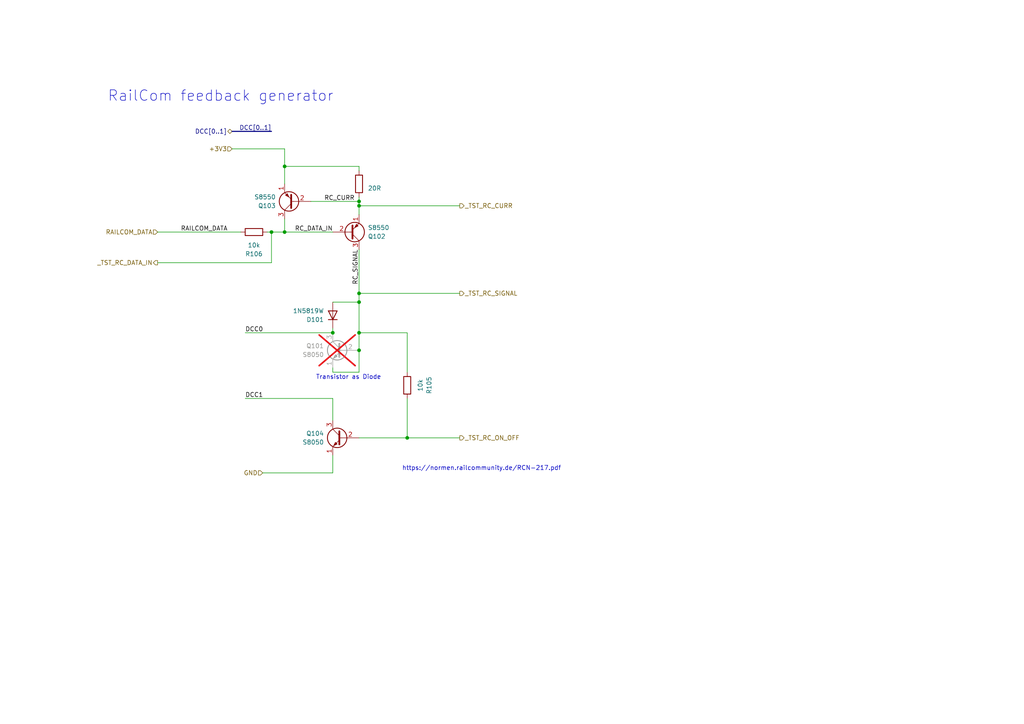
<source format=kicad_sch>
(kicad_sch (version 20231120) (generator "eeschema") (generator_version "8.0")
  (paper "A4")
  (title_block (title "xDuinoRail - LocDecoder - Development Kit") (date "2024-10-09") (rev "v0.2") (company "Chatelain Engineering, Bern - CH"))
  (lib_symbols
    (symbol "Device:R" (pin_numbers hide) (pin_names (offset 0))
      (property "Reference" "R" (at 2.032 0 90))
      (property "Value" "R" (at 0 0 90))
      (symbol "R_0_1"
        (rectangle (start -1.016 -2.54) (end 1.016 2.54) (stroke (width 0.254)))
      )
      (symbol "R_1_1"
        (pin passive line (at 0 3.81 270) (length 1.27) (name "~") (number "1"))
        (pin passive line (at 0 -3.81 90) (length 1.27) (name "~") (number "2"))
      )
    )
    (symbol "Diode:1N4148W" (pin_numbers hide) (pin_names hide)
      (property "Reference" "D" (at 0 2.54 0))
      (property "Value" "1N4148W" (at 0 -2.54 0))
      (symbol "1N4148W_0_1"
        (polyline (pts (xy -1.27 1.27) (xy -1.27 -1.27)) (stroke (width 0.254)))
        (polyline (pts (xy 1.27 0) (xy -1.27 0)))
        (polyline (pts (xy 1.27 1.27) (xy 1.27 -1.27) (xy -1.27 0) (xy 1.27 1.27)) (stroke (width 0.254)))
      )
      (symbol "1N4148W_1_1"
        (pin passive line (at -3.81 0 0) (length 2.54) (name "K") (number "1"))
        (pin passive line (at 3.81 0 180) (length 2.54) (name "A") (number "2"))
      )
    )
    (symbol "Transistor_BJT:S8050" (pin_names (offset 0) hide)
      (property "Reference" "Q" (at 5.08 1.905 0))
      (property "Value" "S8050" (at 5.08 0 0))
      (symbol "S8050_0_1"
        (polyline (pts (xy 0 0) (xy 0.635 0)))
        (polyline (pts (xy 0.635 0.635) (xy 2.54 2.54)))
        (polyline (pts (xy 0.635 -0.635) (xy 2.54 -2.54) (xy 2.54 -2.54)))
        (polyline (pts (xy 0.635 1.905) (xy 0.635 -1.905) (xy 0.635 -1.905)) (stroke (width 0.508)))
        (polyline (pts (xy 1.27 -1.778) (xy 1.778 -1.27) (xy 2.286 -2.286) (xy 1.27 -1.778) (xy 1.27 -1.778)) (fill (type outline)))
        (circle (center 1.27 0) (radius 2.8194) (stroke (width 0.254)))
      )
      (symbol "S8050_1_1"
        (pin passive line (at 2.54 -5.08 90) (length 2.54) (name "E") (number "1"))
        (pin input line (at -5.08 0 0) (length 5.08) (name "B") (number "2"))
        (pin passive line (at 2.54 5.08 270) (length 2.54) (name "C") (number "3"))
      )
    )
    (symbol "Transistor_BJT:S8550" (pin_names (offset 0) hide)
      (property "Reference" "Q" (at 5.08 1.905 0))
      (property "Value" "S8550" (at 5.08 0 0))
      (symbol "S8550_0_1"
        (polyline (pts (xy 0 0) (xy 0.635 0)))
        (polyline (pts (xy 2.54 -2.54) (xy 0.635 -0.635)))
        (polyline (pts (xy 2.54 2.54) (xy 0.635 0.635)))
        (polyline (pts (xy 0.635 1.905) (xy 0.635 -1.905) (xy 0.635 -1.905)) (stroke (width 0.508)) (fill (type outline)))
        (polyline (pts (xy 1.778 -2.286) (xy 2.286 -1.778) (xy 1.27 -1.27) (xy 1.778 -2.286) (xy 1.778 -2.286)) (fill (type outline)))
        (circle (center 1.27 0) (radius 2.8194) (stroke (width 0.254)))
      )
      (symbol "S8550_1_1"
        (pin passive line (at 2.54 -5.08 90) (length 2.54) (name "E") (number "1"))
        (pin input line (at -5.08 0 0) (length 5.08) (name "B") (number "2"))
        (pin passive line (at 2.54 5.08 270) (length 2.54) (name "C") (number "3"))
      )
    )
  )
  (junction (at 96.52 96.52))
  (junction (at 78.74 67.31))
  (junction (at 104.14 85.09))
  (junction (at 118.11 127))
  (junction (at 104.14 59.69))
  (junction (at 104.14 101.6))
  (junction (at 104.14 96.52))
  (junction (at 82.55 48.26))
  (junction (at 104.14 58.42))
  (junction (at 82.55 67.31))
  (junction (at 104.14 87.63))
  (wire (pts (xy 104.14 57.15) (xy 104.14 58.42)))
  (wire (pts (xy 118.11 96.52) (xy 118.11 107.95)))
  (wire (pts (xy 96.52 87.63) (xy 104.14 87.63)))
  (wire (pts (xy 118.11 115.57) (xy 118.11 127)))
  (wire (pts (xy 104.14 96.52) (xy 104.14 101.6)))
  (bus (pts (xy 67.31 38.1) (xy 78.74 38.1)))
  (wire (pts (xy 69.85 67.31) (xy 45.72 67.31)))
  (wire (pts (xy 104.14 101.6) (xy 104.14 107.95)))
  (wire (pts (xy 96.52 115.57) (xy 71.12 115.57)))
  (wire (pts (xy 104.14 85.09) (xy 104.14 87.63)))
  (wire (pts (xy 82.55 63.5) (xy 82.55 67.31)))
  (wire (pts (xy 78.74 76.2) (xy 78.74 67.31)))
  (wire (pts (xy 45.72 76.2) (xy 78.74 76.2)))
  (wire (pts (xy 104.14 49.53) (xy 104.14 48.26)))
  (wire (pts (xy 104.14 87.63) (xy 104.14 96.52)))
  (wire (pts (xy 104.14 96.52) (xy 118.11 96.52)))
  (wire (pts (xy 104.14 59.69) (xy 104.14 62.23)))
  (wire (pts (xy 118.11 127) (xy 133.35 127)))
  (wire (pts (xy 96.52 95.25) (xy 96.52 96.52)))
  (wire (pts (xy 104.14 48.26) (xy 82.55 48.26)))
  (wire (pts (xy 133.35 85.09) (xy 104.14 85.09)))
  (wire (pts (xy 82.55 48.26) (xy 82.55 53.34)))
  (wire (pts (xy 82.55 43.18) (xy 82.55 48.26)))
  (wire (pts (xy 104.14 72.39) (xy 104.14 85.09)))
  (wire (pts (xy 82.55 67.31) (xy 78.74 67.31)))
  (wire (pts (xy 104.14 58.42) (xy 104.14 59.69)))
  (wire (pts (xy 76.2 137.16) (xy 96.52 137.16)))
  (wire (pts (xy 104.14 127) (xy 118.11 127)))
  (wire (pts (xy 104.14 58.42) (xy 90.17 58.42)))
  (wire (pts (xy 133.35 59.69) (xy 104.14 59.69)))
  (wire (pts (xy 71.12 96.52) (xy 96.52 96.52)))
  (wire (pts (xy 96.52 107.95) (xy 96.52 106.68)))
  (wire (pts (xy 82.55 43.18) (xy 67.31 43.18)))
  (wire (pts (xy 96.52 67.31) (xy 82.55 67.31)))
  (wire (pts (xy 78.74 67.31) (xy 77.47 67.31)))
  (wire (pts (xy 96.52 121.92) (xy 96.52 115.57)))
  (wire (pts (xy 104.14 107.95) (xy 96.52 107.95)))
  (wire (pts (xy 96.52 137.16) (xy 96.52 132.08)))
  (text "Transistor as Diode" (at 101.092 109.474 0) (effects (font (size 1.27 1.27))))
  (text "RailCom feedback generator" (at 64.008 27.94 0) (effects (font (size 3.048 3.048))))
  (text "https://normen.railcommunity.de/RCN-217.pdf" (at 139.7 135.89 0) (effects (font (size 1.27 1.27))))
  (label "RC_CURR" (at 102.87 58.42 180))
  (label "RC_DATA_IN" (at 96.52 67.31 180))
  (label "RC_SIGNAL" (at 104.14 82.55 90))
  (label "DCC[0..1]" (at 78.74 38.1 180))
  (label "DCC1" (at 71.12 115.57 0))
  (label "DCC0" (at 71.12 96.52 0))
  (label "RAILCOM_DATA" (at 66.04 67.31 180))
  (hierarchical_label "DCC[0..1]" (shape bidirectional) (at 67.31 38.1 180))
  (hierarchical_label "GND" (shape input) (at 76.2 137.16 180))
  (hierarchical_label "_TST_RC_DATA_IN" (shape output) (at 45.72 76.2 180))
  (hierarchical_label "_TST_RC_SIGNAL" (shape output) (at 133.35 85.09 0))
  (hierarchical_label "_TST_RC_CURR" (shape output) (at 133.35 59.69 0))
  (hierarchical_label "_TST_RC_ON_OFF" (shape output) (at 133.35 127 0))
  (hierarchical_label "+3V3" (shape input) (at 67.31 43.18 180))
  (hierarchical_label "RAILCOM_DATA" (shape input) (at 45.72 67.31 180))
  (symbol (lib_id "Transistor_BJT:S8550") (at 85.09 58.42 180) (unit 1)
    (property "Reference" "Q103" (at 80.01 59.69 0) (effects (justify left)))
    (property "Value" "S8550" (at 80.01 57.15 0) (effects (justify left)))
    (property "Footprint" "xDuinoRail:8x50_SOT-23" (effects (hide yes)))
    (property "Datasheet" "http://www.unisonic.com.tw/datasheet/S8550.pdf" (effects (hide yes)))
    (property "Description" "0.7A Ic, 20V Vce, Low Voltage High Current PNP Transistor, TO-92" (effects (hide yes)))
    (property "LCSC" "C8542" (effects (hide yes)))
    (property "OLI_ID" "S8550-2TY_SOT-23" (effects (hide yes)))
    (property "Sim.Device" "PNP" (effects (hide yes)))
    (property "Sim.Type" "GUMMELPOON" (effects (hide yes)))
    (property "Sim.Pins" "3=C 2=B 1=E" (effects (hide yes)))
    (property "Sim.Library" "__ltspice\\8x50.lib" (effects (hide yes)))
    (property "Sim.Name" "S8550" (effects (hide yes)))
  )
  (symbol (lib_id "Transistor_BJT:S8550") (at 101.6 67.31 0) (mirror x) (unit 1)
    (property "Reference" "Q102" (at 106.68 68.58 0) (effects (justify left)))
    (property "Value" "S8550" (at 106.68 66.04 0) (effects (justify left)))
    (property "Footprint" "xDuinoRail:8x50_SOT-23" (effects (hide yes)))
    (property "Datasheet" "http://www.unisonic.com.tw/datasheet/S8550.pdf" (effects (hide yes)))
    (property "Description" "0.7A Ic, 20V Vce, Low Voltage High Current PNP Transistor, TO-92" (effects (hide yes)))
    (property "LCSC" "C8542" (effects (hide yes)))
    (property "OLI_ID" "S8550-2TY_SOT-23" (effects (hide yes)))
    (property "Sim.Device" "PNP" (effects (hide yes)))
    (property "Sim.Pins" "3=C 2=B 1=E" (effects (hide yes)))
    (property "Sim.Type" "GUMMELPOON" (effects (hide yes)))
    (property "Sim.Library" "__ltspice\\8x50.lib" (effects (hide yes)))
    (property "Sim.Name" "S8550" (effects (hide yes)))
  )
  (symbol (lib_id "Device:R") (at 104.14 53.34 180) (unit 1)
    (property "Reference" "R102" (effects (hide yes)))
    (property "Value" "20R" (at 106.68 54.61 0) (effects (justify right)))
    (property "Footprint" "Resistor_SMD:R_0805_2012Metric_Pad1.20x1.40mm_HandSolder" (effects (hide yes)))
    (property "Description" "Resistor" (effects (hide yes)))
    (property "LCSC" "C22950" (effects (hide yes)))
    (property "OLI_ID" "20R_0805" (effects (hide yes)))
    (property "Sim.Device" "R" (effects (hide yes)))
    (property "Sim.Pins" "1=+ 2=-" (effects (hide yes)))
  )
  (symbol (lib_id "Transistor_BJT:S8050") (at 99.06 101.6 0) (mirror y) (unit 1) (exclude_from_sim yes) (in_bom no) (on_board no) (dnp yes)
    (property "Reference" "Q101" (at 93.98 100.33 0) (effects (justify left)))
    (property "Value" "S8050" (at 93.98 102.87 0) (effects (justify left)))
    (property "Footprint" "xDuinoRail:8x50_SOT-23_Handsoldering" (effects (hide yes)))
    (property "Datasheet" "http://www.unisonic.com.tw/datasheet/S8050.pdf" (effects (hide yes)))
    (property "Description" "0.7A Ic, 20V Vce, Low Voltage High Current NPN Transistor, TO-92" (effects (hide yes)))
    (property "LCSC" "C2150" (effects (hide yes)))
    (property "OLI_ID" "S8050-J3Y_SOT-23" (effects (hide yes)))
    (property "Sim.Device" "NPN" (effects (hide yes)))
    (property "Sim.Pins" "1=E 2=B 3=C" (effects (hide yes)))
    (property "Sim.Type" "GUMMELPOON" (effects (hide yes)))
    (property "Sim.Library" "__ltspice\\8x50.lib" (effects (hide yes)))
    (property "Sim.Name" "S8050" (effects (hide yes)))
  )
  (symbol (lib_id "Device:R") (at 73.66 67.31 270) (unit 1)
    (property "Reference" "R106" (at 73.66 73.66 90))
    (property "Value" "10k" (at 73.66 71.12 90))
    (property "Footprint" "Resistor_SMD:R_0805_2012Metric_Pad1.20x1.40mm_HandSolder" (effects (hide yes)))
    (property "Description" "Resistor" (effects (hide yes)))
    (property "LCSC" "C25744" (effects (hide yes)))
    (property "OLI_ID" "10k_0805" (effects (hide yes)))
    (property "Sim.Device" "R" (effects (hide yes)))
    (property "Sim.Pins" "1=+ 2=-" (effects (hide yes)))
  )
  (symbol (lib_id "Transistor_BJT:S8050") (at 99.06 127 0) (mirror y) (unit 1)
    (property "Reference" "Q104" (at 93.98 125.73 0) (effects (justify left)))
    (property "Value" "S8050" (at 93.98 128.27 0) (effects (justify left)))
    (property "Footprint" "xDuinoRail:8x50_SOT-23" (effects (hide yes)))
    (property "Datasheet" "http://www.unisonic.com.tw/datasheet/S8050.pdf" (effects (hide yes)))
    (property "Description" "0.7A Ic, 20V Vce, Low Voltage High Current NPN Transistor, TO-92" (effects (hide yes)))
    (property "LCSC" "C2150" (effects (hide yes)))
    (property "OLI_ID" "S8050-J3Y_SOT-23" (effects (hide yes)))
    (property "Sim.Device" "NPN" (effects (hide yes)))
    (property "Sim.Pins" "1=E 2=B 3=C" (effects (hide yes)))
    (property "Sim.Type" "GUMMELPOON" (effects (hide yes)))
    (property "Sim.Library" "__ltspice\\8x50.lib" (effects (hide yes)))
    (property "Sim.Name" "S8050" (effects (hide yes)))
  )
  (symbol (lib_id "Device:R") (at 118.11 111.76 0) (unit 1)
    (property "Reference" "R105" (at 124.46 111.76 90))
    (property "Value" "10k" (at 121.92 111.76 90))
    (property "Footprint" "Resistor_SMD:R_0805_2012Metric_Pad1.20x1.40mm_HandSolder" (effects (hide yes)))
    (property "Description" "Resistor" (effects (hide yes)))
    (property "LCSC" "C25744" (effects (hide yes)))
    (property "OLI_ID" "10k_0805" (effects (hide yes)))
    (property "Sim.Device" "R" (effects (hide yes)))
    (property "Sim.Pins" "1=+ 2=-" (effects (hide yes)))
  )
  (symbol (lib_id "Diode:1N4148W") (at 96.52 91.44 90) (unit 1)
    (property "Reference" "D101" (at 93.98 92.71 90) (effects (justify left)))
    (property "Value" "1N5819W" (at 93.98 90.17 90) (effects (justify left)))
    (property "Footprint" "Diode_SMD:D_SOD-123" (effects (hide yes)))
    (property "Sim.Device" "D" (effects (hide yes)))
    (property "Sim.Pins" "1=K 2=A" (effects (hide yes)))
    (property "LCSC" "C81598" (effects (hide yes)))
    (property "OLI_ID" "1N4148W_SOD-123" (effects (hide yes)))
  )
)
</source>
